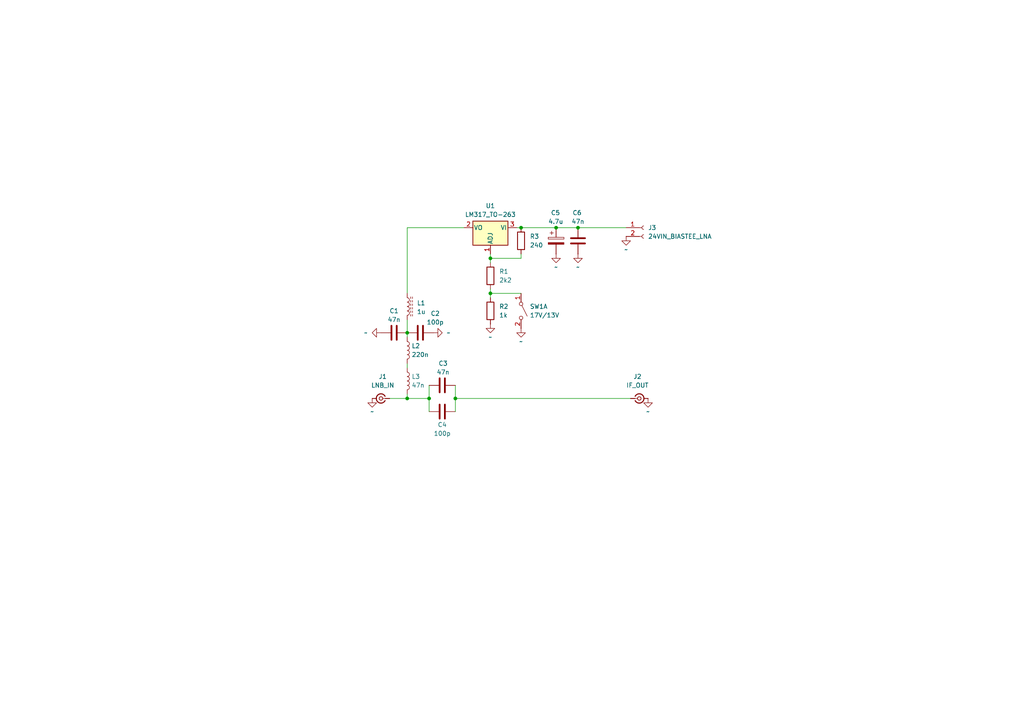
<source format=kicad_sch>
(kicad_sch (version 20231120) (generator "eeschema") (generator_version "8.0")
  (paper "A4")
  (lib_symbols
    (symbol "Connector:Conn_01x02_Socket" (pin_names (offset 1.016) hide)
      (property "Reference" "J" (at 0 2.54 0))
      (property "Value" "Conn_01x02_Socket" (at 0 -5.08 0))
      (symbol "Conn_01x02_Socket_1_1"
        (arc (start 0 -2.032) (mid -0.5058 -2.54) (end 0 -3.048) (stroke (width 0.1524)))
        (polyline (pts (xy -1.27 -2.54) (xy -0.508 -2.54)) (stroke (width 0.1524)))
        (polyline (pts (xy -1.27 0) (xy -0.508 0)) (stroke (width 0.1524)))
        (arc (start 0 0.508) (mid -0.5058 0) (end 0 -0.508) (stroke (width 0.1524)))
        (pin passive line (at -5.08 0 0) (length 3.81) (name "Pin_1") (number "1"))
        (pin passive line (at -5.08 -2.54 0) (length 3.81) (name "Pin_2") (number "2"))
      )
    )
    (symbol "Connector:Conn_Coaxial_Small" (pin_numbers hide) (pin_names (offset 1.016) hide)
      (property "Reference" "J" (at 0.254 3.048 0))
      (property "Value" "Conn_Coaxial_Small" (at 0 -3.81 0))
      (symbol "Conn_Coaxial_Small_0_1"
        (polyline (pts (xy -2.54 0) (xy -0.508 0)))
        (circle (center 0 0) (radius 0.508) (stroke (width 0.2032)))
      )
      (symbol "Conn_Coaxial_Small_1_1"
        (arc (start -1.1916 -0.6311) (mid 0.327 -1.3081) (end 1.3484 0.0039) (stroke (width 0.3048)))
        (arc (start 1.3484 -0.0039) (mid 0.327 1.3081) (end -1.1916 0.6311) (stroke (width 0.3048)))
        (pin passive line (at -2.54 0 0) (length 1.27) (name "In") (number "1"))
        (pin passive line (at 2.54 0 180) (length 1.27) (name "Ext") (number "2"))
      )
    )
    (symbol "Device:C" (pin_numbers hide) (pin_names (offset 0.254))
      (property "Reference" "C" (at 0.635 2.54 0))
      (property "Value" "C" (at 0.635 -2.54 0))
      (symbol "C_0_1"
        (polyline (pts (xy -2.032 -0.762) (xy 2.032 -0.762)) (stroke (width 0.508)))
        (polyline (pts (xy -2.032 0.762) (xy 2.032 0.762)) (stroke (width 0.508)))
      )
      (symbol "C_1_1"
        (pin passive line (at 0 3.81 270) (length 2.794) (name "~") (number "1"))
        (pin passive line (at 0 -3.81 90) (length 2.794) (name "~") (number "2"))
      )
    )
    (symbol "Device:C_Polarized" (pin_numbers hide) (pin_names (offset 0.254))
      (property "Reference" "C" (at 0.635 2.54 0))
      (property "Value" "C_Polarized" (at 0.635 -2.54 0))
      (symbol "C_Polarized_0_1"
        (rectangle (start -2.286 0.508) (end 2.286 1.016))
        (polyline (pts (xy -1.778 2.286) (xy -0.762 2.286)))
        (polyline (pts (xy -1.27 2.794) (xy -1.27 1.778)))
        (rectangle (start 2.286 -0.508) (end -2.286 -1.016) (fill (type outline)))
      )
      (symbol "C_Polarized_1_1"
        (pin passive line (at 0 3.81 270) (length 2.794) (name "~") (number "1"))
        (pin passive line (at 0 -3.81 90) (length 2.794) (name "~") (number "2"))
      )
    )
    (symbol "Device:L" (pin_numbers hide) (pin_names (offset 1.016) hide)
      (property "Reference" "L" (at -1.27 0 90))
      (property "Value" "L" (at 1.905 0 90))
      (symbol "L_0_1"
        (arc (start 0 -2.54) (mid 0.6323 -1.905) (end 0 -1.27))
        (arc (start 0 -1.27) (mid 0.6323 -0.635) (end 0 0))
        (arc (start 0 0) (mid 0.6323 0.635) (end 0 1.27))
        (arc (start 0 1.27) (mid 0.6323 1.905) (end 0 2.54))
      )
      (symbol "L_1_1"
        (pin passive line (at 0 3.81 270) (length 1.27) (name "1") (number "1"))
        (pin passive line (at 0 -3.81 90) (length 1.27) (name "2") (number "2"))
      )
    )
    (symbol "Device:L_Ferrite" (pin_numbers hide) (pin_names (offset 1.016) hide)
      (property "Reference" "L" (at -1.27 0 90))
      (property "Value" "L_Ferrite" (at 2.794 0 90))
      (symbol "L_Ferrite_0_1"
        (arc (start 0 -2.54) (mid 0.6323 -1.905) (end 0 -1.27))
        (arc (start 0 -1.27) (mid 0.6323 -0.635) (end 0 0))
        (polyline (pts (xy 1.016 -2.794) (xy 1.016 -2.286)))
        (polyline (pts (xy 1.016 -1.778) (xy 1.016 -1.27)))
        (polyline (pts (xy 1.016 -0.762) (xy 1.016 -0.254)))
        (polyline (pts (xy 1.016 0.254) (xy 1.016 0.762)))
        (polyline (pts (xy 1.016 1.27) (xy 1.016 1.778)))
        (polyline (pts (xy 1.016 2.286) (xy 1.016 2.794)))
        (polyline (pts (xy 1.524 -2.286) (xy 1.524 -2.794)))
        (polyline (pts (xy 1.524 -1.27) (xy 1.524 -1.778)))
        (polyline (pts (xy 1.524 -0.254) (xy 1.524 -0.762)))
        (polyline (pts (xy 1.524 0.762) (xy 1.524 0.254)))
        (polyline (pts (xy 1.524 1.778) (xy 1.524 1.27)))
        (polyline (pts (xy 1.524 2.794) (xy 1.524 2.286)))
        (arc (start 0 0) (mid 0.6323 0.635) (end 0 1.27))
        (arc (start 0 1.27) (mid 0.6323 1.905) (end 0 2.54))
      )
      (symbol "L_Ferrite_1_1"
        (pin passive line (at 0 3.81 270) (length 1.27) (name "1") (number "1"))
        (pin passive line (at 0 -3.81 90) (length 1.27) (name "2") (number "2"))
      )
    )
    (symbol "Device:R" (pin_numbers hide) (pin_names (offset 0))
      (property "Reference" "R" (at 2.032 0 90))
      (property "Value" "R" (at 0 0 90))
      (symbol "R_0_1"
        (rectangle (start -1.016 -2.54) (end 1.016 2.54) (stroke (width 0.254)))
      )
      (symbol "R_1_1"
        (pin passive line (at 0 3.81 270) (length 1.27) (name "~") (number "1"))
        (pin passive line (at 0 -3.81 90) (length 1.27) (name "~") (number "2"))
      )
    )
    (symbol "Regulator_Linear:LM317_TO-263" (pin_names (offset 0.254))
      (property "Reference" "U" (at -3.81 3.175 0))
      (property "Value" "LM317_TO-263" (at 0 3.175 0))
      (symbol "LM317_TO-263_0_1"
        (rectangle (start -5.08 1.905) (end 5.08 -5.08) (stroke (width 0.254)) (fill (type background)))
      )
      (symbol "LM317_TO-263_1_1"
        (pin input line (at 0 -7.62 90) (length 2.54) (name "ADJ") (number "1"))
        (pin power_out line (at 7.62 0 180) (length 2.54) (name "VO") (number "2"))
        (pin power_in line (at -7.62 0 0) (length 2.54) (name "VI") (number "3"))
      )
    )
    (symbol "Switch:SW_DPST_x2" (pin_names (offset 0) hide)
      (property "Reference" "SW" (at 0 3.175 0))
      (property "Value" "SW_DPST_x2" (at 0 -2.54 0))
      (symbol "SW_DPST_x2_0_0"
        (circle (center -2.032 0) (radius 0.508))
        (polyline (pts (xy -1.524 0.254) (xy 1.524 1.778)))
        (circle (center 2.032 0) (radius 0.508))
      )
      (symbol "SW_DPST_x2_1_1"
        (pin passive line (at -5.08 0 0) (length 2.54) (name "A") (number "1"))
        (pin passive line (at 5.08 0 180) (length 2.54) (name "B") (number "2"))
      )
      (symbol "SW_DPST_x2_2_1"
        (pin passive line (at -5.08 0 0) (length 2.54) (name "A") (number "3"))
        (pin passive line (at 5.08 0 180) (length 2.54) (name "B") (number "4"))
      )
    )
    (symbol "power:GND" (power) (pin_numbers hide) (pin_names (offset 0) hide)
      (property "Value" "GND" (at 0 -3.81 0))
      (symbol "GND_0_1"
        (polyline (pts (xy 0 0) (xy 0 -1.27) (xy 1.27 -1.27) (xy 0 -2.54) (xy -1.27 -1.27) (xy 0 -1.27)))
      )
      (symbol "GND_1_1"
        (pin power_in line (at 0 0 270) (length 0) (name "~") (number "1"))
      )
    )
  )
  (junction (at 167.64 66.04))
  (junction (at 132.08 115.57))
  (junction (at 142.24 85.09))
  (junction (at 151.13 66.04))
  (junction (at 118.11 115.57))
  (junction (at 118.11 96.52))
  (junction (at 124.46 115.57))
  (junction (at 142.24 74.93))
  (junction (at 161.29 66.04))
  (wire (pts (xy 134.62 66.04) (xy 118.11 66.04)))
  (wire (pts (xy 161.29 66.04) (xy 167.64 66.04)))
  (wire (pts (xy 118.11 105.41) (xy 118.11 106.68)))
  (wire (pts (xy 113.03 115.57) (xy 118.11 115.57)))
  (wire (pts (xy 142.24 85.09) (xy 151.13 85.09)))
  (wire (pts (xy 132.08 115.57) (xy 132.08 119.38)))
  (wire (pts (xy 182.88 115.57) (xy 132.08 115.57)))
  (wire (pts (xy 118.11 115.57) (xy 124.46 115.57)))
  (wire (pts (xy 142.24 76.2) (xy 142.24 74.93)))
  (wire (pts (xy 142.24 73.66) (xy 142.24 74.93)))
  (wire (pts (xy 167.64 66.04) (xy 181.61 66.04)))
  (wire (pts (xy 142.24 85.09) (xy 142.24 86.36)))
  (wire (pts (xy 118.11 115.57) (xy 118.11 114.3)))
  (wire (pts (xy 118.11 66.04) (xy 118.11 85.09)))
  (wire (pts (xy 151.13 66.04) (xy 161.29 66.04)))
  (wire (pts (xy 132.08 111.76) (xy 132.08 115.57)))
  (wire (pts (xy 124.46 115.57) (xy 124.46 111.76)))
  (wire (pts (xy 151.13 73.66) (xy 151.13 74.93)))
  (wire (pts (xy 124.46 115.57) (xy 124.46 119.38)))
  (wire (pts (xy 118.11 92.71) (xy 118.11 96.52)))
  (wire (pts (xy 118.11 96.52) (xy 118.11 97.79)))
  (wire (pts (xy 142.24 83.82) (xy 142.24 85.09)))
  (wire (pts (xy 142.24 74.93) (xy 151.13 74.93)))
  (wire (pts (xy 149.86 66.04) (xy 151.13 66.04)))
  (symbol (lib_id "Device:R") (at 142.24 90.17 0) (unit 1)
    (property "Reference" "R2" (at 144.78 88.8999 0) (effects (justify left)))
    (property "Value" "1k" (at 144.78 91.4399 0) (effects (justify left)))
    (property "Description" "Resistor" (effects (hide yes)))
  )
  (symbol (lib_id "power:GND") (at 125.73 96.52 90) (mirror x) (unit 1)
    (property "Reference" "#PWR03" (effects (hide yes)))
    (property "Value" "~" (at 129.54 96.52 90) (effects (justify right)))
    (property "Description" "Power symbol creates a global label with name \"GND\" , ground" (effects (hide yes)))
  )
  (symbol (lib_id "Device:C") (at 121.92 96.52 90) (unit 1)
    (property "Reference" "C2" (at 126.238 90.932 90))
    (property "Value" "100p" (at 126.238 93.472 90))
    (property "Description" "Unpolarized capacitor" (effects (hide yes)))
  )
  (symbol (lib_id "Connector:Conn_Coaxial_Small") (at 185.42 115.57 0) (unit 1)
    (property "Reference" "J2" (at 184.9004 109.22 0))
    (property "Value" "IF_OUT" (at 184.9004 111.76 0))
    (property "Datasheet" " ~" (effects (hide yes)))
    (property "Description" "small coaxial connector (BNC, SMA, SMB, SMC, Cinch/RCA, LEMO, ...)" (effects (hide yes)))
  )
  (symbol (lib_id "Switch:SW_DPST_x2") (at 151.13 90.17 270) (unit 1)
    (property "Reference" "SW1" (at 153.67 88.8999 90) (effects (justify left)))
    (property "Value" "17V/13V" (at 153.67 91.4399 90) (effects (justify left)))
    (property "Description" "Single Pole Single Throw (SPST) switch, separate symbol" (effects (hide yes)))
  )
  (symbol (lib_id "Device:C") (at 114.3 96.52 90) (unit 1)
    (property "Reference" "C1" (at 114.3 90.17 90))
    (property "Value" "47n" (at 114.3 92.71 90))
    (property "Description" "Unpolarized capacitor" (effects (hide yes)))
  )
  (symbol (lib_id "Device:R") (at 142.24 80.01 0) (unit 1)
    (property "Reference" "R1" (at 144.78 78.7399 0) (effects (justify left)))
    (property "Value" "2k2" (at 144.78 81.2799 0) (effects (justify left)))
    (property "Description" "Resistor" (effects (hide yes)))
  )
  (symbol (lib_id "Device:C") (at 128.27 119.38 90) (unit 1)
    (property "Reference" "C4" (at 128.27 123.19 90))
    (property "Value" "100p" (at 128.27 125.73 90))
    (property "Description" "Unpolarized capacitor" (effects (hide yes)))
  )
  (symbol (lib_id "Device:L") (at 118.11 101.6 0) (unit 1)
    (property "Reference" "L2" (at 119.38 100.3299 0) (effects (justify left)))
    (property "Value" "220n" (at 119.38 102.8699 0) (effects (justify left)))
    (property "Description" "Inductor" (effects (hide yes)))
  )
  (symbol (lib_id "power:GND") (at 142.24 93.98 0) (mirror y) (unit 1)
    (property "Reference" "#PWR04" (effects (hide yes)))
    (property "Value" "~" (at 142.24 97.79 0))
    (property "Description" "Power symbol creates a global label with name \"GND\" , ground" (effects (hide yes)))
  )
  (symbol (lib_id "power:GND") (at 187.96 115.57 0) (unit 1)
    (property "Reference" "#PWR05" (effects (hide yes)))
    (property "Value" "~" (at 187.96 119.38 0))
    (property "Description" "Power symbol creates a global label with name \"GND\" , ground" (effects (hide yes)))
  )
  (symbol (lib_id "Connector:Conn_01x02_Socket") (at 186.69 66.04 0) (unit 1)
    (property "Reference" "J3" (at 187.96 66.0399 0) (effects (justify left)))
    (property "Value" "24VIN_BIASTEE_LNA" (at 187.96 68.5799 0) (effects (justify left)))
    (property "Description" "Generic connector, single row, 01x02, script generated" (effects (hide yes)))
  )
  (symbol (lib_id "Regulator_Linear:LM317_TO-263") (at 142.24 66.04 0) (mirror y) (unit 1)
    (property "Reference" "U1" (at 142.24 59.69 0))
    (property "Value" "LM317_TO-263" (at 142.24 62.23 0))
    (property "Footprint" "Package_TO_SOT_SMD:TO-263-2" (effects (hide yes)))
    (property "Datasheet" "http://www.ti.com/lit/ds/symlink/lm317.pdf" (effects (hide yes)))
    (property "Description" "1.5A 35V Adjustable Linear Regulator, TO-263" (effects (hide yes)))
  )
  (symbol (lib_id "power:GND") (at 167.64 73.66 0) (mirror y) (unit 1)
    (property "Reference" "#PWR08" (effects (hide yes)))
    (property "Value" "~" (at 167.64 77.47 0))
    (property "Description" "Power symbol creates a global label with name \"GND\" , ground" (effects (hide yes)))
  )
  (symbol (lib_id "Device:C") (at 128.27 111.76 90) (unit 1)
    (property "Reference" "C3" (at 128.524 105.41 90))
    (property "Value" "47n" (at 128.524 107.95 90))
    (property "Description" "Unpolarized capacitor" (effects (hide yes)))
  )
  (symbol (lib_id "Device:R") (at 151.13 69.85 0) (unit 1)
    (property "Reference" "R3" (at 153.67 68.5799 0) (effects (justify left)))
    (property "Value" "240" (at 153.67 71.1199 0) (effects (justify left)))
    (property "Description" "Resistor" (effects (hide yes)))
  )
  (symbol (lib_id "power:GND") (at 151.13 95.25 0) (mirror y) (unit 1)
    (property "Reference" "#PWR06" (effects (hide yes)))
    (property "Value" "~" (at 151.13 99.06 0))
    (property "Description" "Power symbol creates a global label with name \"GND\" , ground" (effects (hide yes)))
  )
  (symbol (lib_id "power:GND") (at 181.61 68.58 0) (mirror y) (unit 1)
    (property "Reference" "#PWR09" (effects (hide yes)))
    (property "Value" "~" (at 181.61 72.39 0))
    (property "Description" "Power symbol creates a global label with name \"GND\" , ground" (effects (hide yes)))
  )
  (symbol (lib_id "power:GND") (at 107.95 115.57 0) (mirror y) (unit 1)
    (property "Reference" "#PWR01" (effects (hide yes)))
    (property "Value" "~" (at 107.95 119.38 0))
    (property "Description" "Power symbol creates a global label with name \"GND\" , ground" (effects (hide yes)))
  )
  (symbol (lib_id "power:GND") (at 110.49 96.52 270) (mirror x) (unit 1)
    (property "Reference" "#PWR02" (effects (hide yes)))
    (property "Value" "~" (at 106.68 96.52 90) (effects (justify right)))
    (property "Description" "Power symbol creates a global label with name \"GND\" , ground" (effects (hide yes)))
  )
  (symbol (lib_id "Device:L_Ferrite") (at 118.11 88.9 0) (unit 1)
    (property "Reference" "L1" (at 120.904 87.884 0) (effects (justify left)))
    (property "Value" "1u" (at 120.904 90.424 0) (effects (justify left)))
    (property "Description" "Inductor with ferrite core" (effects (hide yes)))
  )
  (symbol (lib_id "power:GND") (at 161.29 73.66 0) (mirror y) (unit 1)
    (property "Reference" "#PWR07" (effects (hide yes)))
    (property "Value" "~" (at 161.29 77.47 0))
    (property "Description" "Power symbol creates a global label with name \"GND\" , ground" (effects (hide yes)))
  )
  (symbol (lib_id "Device:C_Polarized") (at 161.29 69.85 0) (unit 1)
    (property "Reference" "C5" (at 159.766 61.722 0) (effects (justify left)))
    (property "Value" "4.7u" (at 159.004 64.262 0) (effects (justify left)))
    (property "Description" "Polarized capacitor" (effects (hide yes)))
  )
  (symbol (lib_id "Connector:Conn_Coaxial_Small") (at 110.49 115.57 0) (mirror y) (unit 1)
    (property "Reference" "J1" (at 111.0095 109.22 0))
    (property "Value" "LNB_IN" (at 111.0095 111.76 0))
    (property "Datasheet" " ~" (effects (hide yes)))
    (property "Description" "small coaxial connector (BNC, SMA, SMB, SMC, Cinch/RCA, LEMO, ...)" (effects (hide yes)))
  )
  (symbol (lib_id "Device:L") (at 118.11 110.49 0) (unit 1)
    (property "Reference" "L3" (at 119.38 109.2199 0) (effects (justify left)))
    (property "Value" "47n" (at 119.38 111.7599 0) (effects (justify left)))
    (property "Description" "Inductor" (effects (hide yes)))
  )
  (symbol (lib_id "Device:C") (at 167.64 69.85 180) (unit 1)
    (property "Reference" "C6" (at 167.386 61.722 0))
    (property "Value" "47n" (at 167.64 64.262 0))
    (property "Description" "Unpolarized capacitor" (effects (hide yes)))
  )
)
</source>
